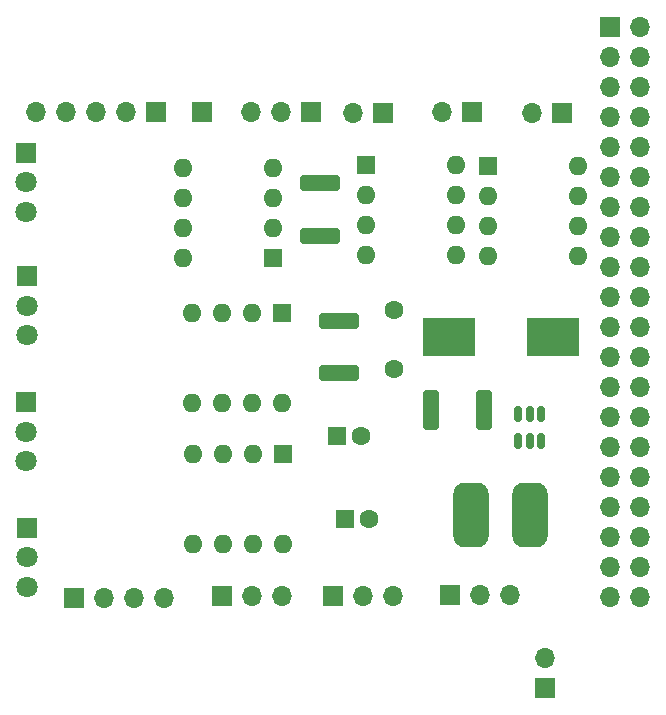
<source format=gbr>
%TF.GenerationSoftware,KiCad,Pcbnew,7.0.10*%
%TF.CreationDate,2024-01-28T16:57:24+01:00*%
%TF.ProjectId,pcb,7063622e-6b69-4636-9164-5f7063625858,rev?*%
%TF.SameCoordinates,Original*%
%TF.FileFunction,Soldermask,Top*%
%TF.FilePolarity,Negative*%
%FSLAX46Y46*%
G04 Gerber Fmt 4.6, Leading zero omitted, Abs format (unit mm)*
G04 Created by KiCad (PCBNEW 7.0.10) date 2024-01-28 16:57:24*
%MOMM*%
%LPD*%
G01*
G04 APERTURE LIST*
G04 Aperture macros list*
%AMRoundRect*
0 Rectangle with rounded corners*
0 $1 Rounding radius*
0 $2 $3 $4 $5 $6 $7 $8 $9 X,Y pos of 4 corners*
0 Add a 4 corners polygon primitive as box body*
4,1,4,$2,$3,$4,$5,$6,$7,$8,$9,$2,$3,0*
0 Add four circle primitives for the rounded corners*
1,1,$1+$1,$2,$3*
1,1,$1+$1,$4,$5*
1,1,$1+$1,$6,$7*
1,1,$1+$1,$8,$9*
0 Add four rect primitives between the rounded corners*
20,1,$1+$1,$2,$3,$4,$5,0*
20,1,$1+$1,$4,$5,$6,$7,0*
20,1,$1+$1,$6,$7,$8,$9,0*
20,1,$1+$1,$8,$9,$2,$3,0*%
G04 Aperture macros list end*
%ADD10C,1.600000*%
%ADD11RoundRect,0.250000X0.400000X1.450000X-0.400000X1.450000X-0.400000X-1.450000X0.400000X-1.450000X0*%
%ADD12RoundRect,0.250000X1.450000X-0.400000X1.450000X0.400000X-1.450000X0.400000X-1.450000X-0.400000X0*%
%ADD13R,1.600000X1.600000*%
%ADD14O,1.600000X1.600000*%
%ADD15RoundRect,0.150000X-0.150000X0.512500X-0.150000X-0.512500X0.150000X-0.512500X0.150000X0.512500X0*%
%ADD16R,1.800000X1.800000*%
%ADD17C,1.800000*%
%ADD18RoundRect,0.999000X-0.501000X-1.751000X0.501000X-1.751000X0.501000X1.751000X-0.501000X1.751000X0*%
%ADD19R,4.500000X3.300000*%
%ADD20R,1.700000X1.700000*%
%ADD21O,1.700000X1.700000*%
G04 APERTURE END LIST*
D10*
%TO.C,C1*%
X258572000Y-54366800D03*
X258572000Y-49366800D03*
%TD*%
D11*
%TO.C,R13*%
X266156400Y-57861200D03*
X261706400Y-57861200D03*
%TD*%
D12*
%TO.C,R3*%
X252298200Y-43093600D03*
X252298200Y-38643600D03*
%TD*%
D13*
%TO.C,U3*%
X249103200Y-49641600D03*
D14*
X246563200Y-49641600D03*
X244023200Y-49641600D03*
X241483200Y-49641600D03*
X241483200Y-57261600D03*
X244023200Y-57261600D03*
X246563200Y-57261600D03*
X249103200Y-57261600D03*
%TD*%
D13*
%TO.C,C2*%
X254441888Y-67081400D03*
D10*
X256441888Y-67081400D03*
%TD*%
D15*
%TO.C,U6*%
X271000000Y-58222300D03*
X270050000Y-58222300D03*
X269100000Y-58222300D03*
X269100000Y-60497300D03*
X270050000Y-60497300D03*
X271000000Y-60497300D03*
%TD*%
D16*
%TO.C,Xgain1*%
X227450400Y-57206200D03*
D17*
X227450400Y-59706200D03*
X227450400Y-62206200D03*
%TD*%
D13*
%TO.C,U5*%
X266547600Y-37221000D03*
D14*
X266547600Y-39761000D03*
X266547600Y-42301000D03*
X266547600Y-44841000D03*
X274167600Y-44841000D03*
X274167600Y-42301000D03*
X274167600Y-39761000D03*
X274167600Y-37221000D03*
%TD*%
D16*
%TO.C,Ygain1*%
X227450400Y-36078000D03*
D17*
X227450400Y-38578000D03*
X227450400Y-41078000D03*
%TD*%
D13*
%TO.C,C3*%
X253756088Y-60071000D03*
D10*
X255756088Y-60071000D03*
%TD*%
D18*
%TO.C,L2*%
X265078200Y-66700400D03*
X270078200Y-66700400D03*
%TD*%
D16*
%TO.C,Yoffset1*%
X227525800Y-46512800D03*
D17*
X227525800Y-49012800D03*
X227525800Y-51512800D03*
%TD*%
D13*
%TO.C,U4*%
X256169000Y-37119400D03*
D14*
X256169000Y-39659400D03*
X256169000Y-42199400D03*
X256169000Y-44739400D03*
X263789000Y-44739400D03*
X263789000Y-42199400D03*
X263789000Y-39659400D03*
X263789000Y-37119400D03*
%TD*%
D16*
%TO.C,Xoffset1*%
X227496600Y-67816400D03*
D17*
X227496600Y-70316400D03*
X227496600Y-72816400D03*
%TD*%
D13*
%TO.C,U1*%
X248325800Y-44973400D03*
D14*
X248325800Y-42433400D03*
X248325800Y-39893400D03*
X248325800Y-37353400D03*
X240705800Y-37353400D03*
X240705800Y-39893400D03*
X240705800Y-42433400D03*
X240705800Y-44973400D03*
%TD*%
D12*
%TO.C,R2*%
X253949200Y-54726800D03*
X253949200Y-50276800D03*
%TD*%
D13*
%TO.C,U2*%
X249138600Y-61569600D03*
D14*
X246598600Y-61569600D03*
X244058600Y-61569600D03*
X241518600Y-61569600D03*
X241518600Y-69189600D03*
X244058600Y-69189600D03*
X246598600Y-69189600D03*
X249138600Y-69189600D03*
%TD*%
D19*
%TO.C,D1*%
X263239800Y-51663600D03*
X272039800Y-51663600D03*
%TD*%
D20*
%TO.C,laser_B1*%
X272826400Y-32670600D03*
D21*
X270286400Y-32670600D03*
%TD*%
D20*
%TO.C,+15supply1*%
X271373600Y-81381600D03*
D21*
X271373600Y-78841600D03*
%TD*%
D20*
%TO.C,bat_probe1*%
X242341400Y-32639000D03*
%TD*%
%TO.C,J1*%
X276860000Y-25400000D03*
D21*
X279400000Y-25400000D03*
X276860000Y-27940000D03*
X279400000Y-27940000D03*
X276860000Y-30480000D03*
X279400000Y-30480000D03*
X276860000Y-33020000D03*
X279400000Y-33020000D03*
X276860000Y-35560000D03*
X279400000Y-35560000D03*
X276860000Y-38100000D03*
X279400000Y-38100000D03*
X276860000Y-40640000D03*
X279400000Y-40640000D03*
X276860000Y-43180000D03*
X279400000Y-43180000D03*
X276860000Y-45720000D03*
X279400000Y-45720000D03*
X276860000Y-48260000D03*
X279400000Y-48260000D03*
X276860000Y-50800000D03*
X279400000Y-50800000D03*
X276860000Y-53340000D03*
X279400000Y-53340000D03*
X276860000Y-55880000D03*
X279400000Y-55880000D03*
X276860000Y-58420000D03*
X279400000Y-58420000D03*
X276860000Y-60960000D03*
X279400000Y-60960000D03*
X276860000Y-63500000D03*
X279400000Y-63500000D03*
X276860000Y-66040000D03*
X279400000Y-66040000D03*
X276860000Y-68580000D03*
X279400000Y-68580000D03*
X276860000Y-71120000D03*
X279400000Y-71120000D03*
X276860000Y-73660000D03*
X279400000Y-73660000D03*
%TD*%
D20*
%TO.C,laser_G1*%
X265206400Y-32645200D03*
D21*
X262666400Y-32645200D03*
%TD*%
D20*
%TO.C,encoder1*%
X231450800Y-73726600D03*
D21*
X233990800Y-73726600D03*
X236530800Y-73726600D03*
X239070800Y-73726600D03*
%TD*%
D20*
%TO.C,galPWR1*%
X263347200Y-73533000D03*
D21*
X265887200Y-73533000D03*
X268427200Y-73533000D03*
%TD*%
D20*
%TO.C,pwrSW1*%
X251536200Y-32639000D03*
D21*
X248996200Y-32639000D03*
X246456200Y-32639000D03*
%TD*%
D20*
%TO.C,laser_R1*%
X257662600Y-32670600D03*
D21*
X255122600Y-32670600D03*
%TD*%
D20*
%TO.C,galX1*%
X243982000Y-73628400D03*
D21*
X246522000Y-73628400D03*
X249062000Y-73628400D03*
%TD*%
D20*
%TO.C,galY1*%
X253415800Y-73609200D03*
D21*
X255955800Y-73609200D03*
X258495800Y-73609200D03*
%TD*%
D20*
%TO.C,LCD1*%
X238379000Y-32588200D03*
D21*
X235839000Y-32588200D03*
X233299000Y-32588200D03*
X230759000Y-32588200D03*
X228219000Y-32588200D03*
%TD*%
M02*

</source>
